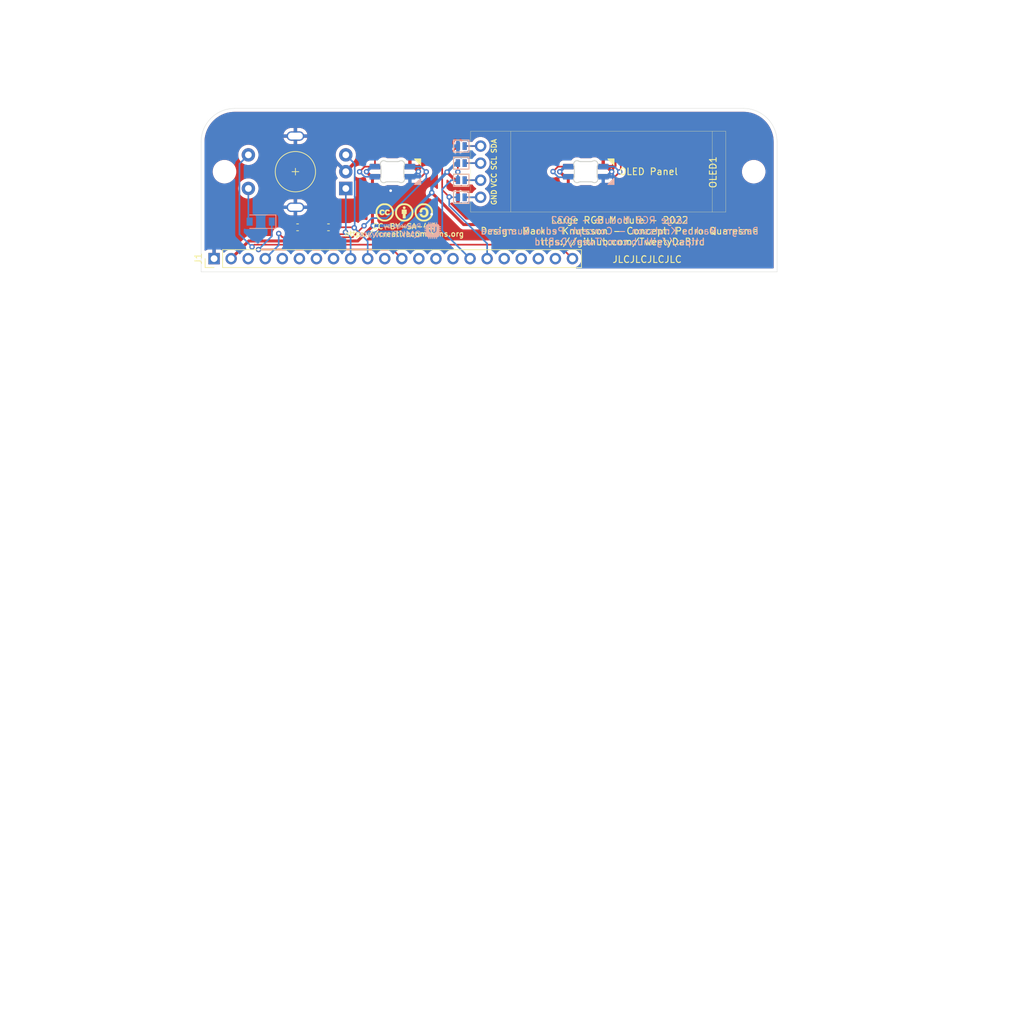
<source format=kicad_pcb>
(kicad_pcb (version 20211014) (generator pcbnew)
  (title_block (title "RefleXion 65 - Large Module") (date "2022-10-10") (rev "1.0.0") (company "Tweety's Wild Thinking") (comment 1 "Design: Markus Knutsson <markus.knutsson@tweety.se>") (comment 2 "Concept: Pedro Quaresma <pq@live.ie>") (comment 3 "https://github.com/TweetyDaBird") (comment 4 "Licensed under Creative Commons BY-SA 4.0 International"))
  (layers (0 "F.Cu" signal) (31 "B.Cu" signal) (34 "B.Paste" user) (35 "F.Paste" user) (36 "B.SilkS" user "B.Silkscreen") (37 "F.SilkS" user "F.Silkscreen") (38 "B.Mask" user) (39 "F.Mask" user) (44 "Edge.Cuts" user))
  (net 0 "")
  (net 1 "Row0")
  (net 2 "Net-(JP1-Pad1)")
  (net 3 "Row1")
  (net 4 "Net-(JP2-Pad1)")
  (net 5 "Net-(JP3-Pad1)")
  (net 6 "Row2")
  (net 7 "Net-(JP4-Pad1)")
  (net 8 "Row3")
  (net 9 "Row4")
  (net 10 "Col0")
  (net 11 "Col1")
  (net 12 "Col2")
  (net 13 "Col3")
  (net 14 "Col4")
  (net 15 "Col5")
  (net 16 "Col6")
  (net 17 "A2")
  (net 18 "B2")
  (net 19 "GND")
  (net 20 "A1")
  (net 21 "B1")
  (net 22 "VCC")
  (net 23 "SDA")
  (net 24 "SCL")
  (net 25 "Net-(D35-Pad2)")
  (net 26 "RGB")
  (net 27 "Net-(LED35-Pad2)")
  (net 28 "unconnected-(LED36-Pad2)")
  (footprint "Keyboard Common:Jumper_Mini" (layer "F.Cu") (at 106.75 24.28 180)
    (fp_text reference "JP3" hide)
    (fp_text value "Jumper_NO_Small" hide)
    (pad "1" smd rect (at -0.50038 0 180) (size 0.635 1.143) (layers "F.Cu" "F.Paste" "F.Mask") (net 5 "Net-(JP3-Pad1)") (clearance 0.1905))
    (pad "2" smd rect (at 0.50038 0 180) (size 0.635 1.143) (layers "F.Cu" "F.Paste" "F.Mask") (net 24 "SCL") (clearance 0.1905))
  )
  (footprint "Keyboard Common:Jumper_Mini" (layer "F.Cu") (at 106.75 29.36 180)
    (fp_text reference "JP1" hide)
    (fp_text value "Jumper_NO_Small" hide)
    (pad "1" smd rect (at -0.50038 0 180) (size 0.635 1.143) (layers "F.Cu" "F.Paste" "F.Mask") (net 2 "Net-(JP1-Pad1)") (clearance 0.1905))
    (pad "2" smd rect (at 0.50038 0 180) (size 0.635 1.143) (layers "F.Cu" "F.Paste" "F.Mask") (net 19 "GND") (clearance 0.1905))
  )
  (footprint "Logotypes:CC_BY_SA_40" (layer "F.Cu") (at 98.3 32.54)
    (fp_text reference "Logo1")
    (fp_text value "CC-BY-SA-4.0" (at -0.041555 1.16) (layer "F.SilkS") (effects (font (size 0.8 0.8))))
    (fp_text user "https://creativecommons.org" (at -0.041555 2.27) (layer "F.SilkS") (effects (font (size 0.8 0.8))))
  )
  (footprint "Keyboard RGB:MX_SK6812MINI-E_REVERSIBLE" (layer "F.Cu") (at 125.2755 25.55)
    (fp_text reference "LED36" hide)
    (fp_text value "SK6812MINI-E")
    (fp_line (start 1.699999 -0.702843) (end 1.699999 0.702841) (layer "Edge.Cuts") (width 0.15))
    (fp_line (start 0.794452 1.499999) (end -0.794452 1.499999) (layer "Edge.Cuts") (width 0.15))
    (fp_line (start -1.699999 0.702841) (end -1.699999 -0.702843) (layer "Edge.Cuts") (width 0.15))
    (fp_line (start -0.794452 -1.5) (end 0.794453 -1.5) (layer "Edge.Cuts") (width 0.15))
    (fp_arc (start -1.04671 1.568298) (mid -0.925122 1.517376) (end -0.794452 1.499999) (layer "Edge.Cuts") (width 0.15))
    (fp_arc (start 1.046711 -1.568299) (mid 1.638071 -1.504036) (end 1.749484 -0.919721) (layer "Edge.Cuts") (width 0.15))
    (fp_arc (start -1.749484 -0.919721) (mid -1.638071 -1.504036) (end -1.046711 -1.5683) (layer "Edge.Cuts") (width 0.15))
    (fp_arc (start 1.699999 -0.702844) (mid 1.712525 -0.81407) (end 1.749484 -0.919721) (layer "Edge.Cuts") (width 0.15))
    (fp_arc (start 1.046711 -1.568299) (mid 0.925123 -1.517377) (end 0.794453 -1.5) (layer "Edge.Cuts") (width 0.15))
    (fp_arc (start -1.699999 0.702842) (mid -1.712527 0.814067) (end -1.749484 0.919719) (layer "Edge.Cuts") (width 0.15))
    (fp_arc (start -1.749484 -0.919721) (mid -1.712527 -0.814069) (end -1.699999 -0.702843) (layer "Edge.Cuts") (width 0.15))
    (fp_arc (start 1.749484 0.919718) (mid 1.638072 1.504034) (end 1.046711 1.568298) (layer "Edge.Cuts") (width 0.15))
    (fp_arc (start 1.749484 0.919719) (mid 1.712517 0.81407) (end 1.699999 0.702841) (layer "Edge.Cuts") (width 0.15))
    (fp_arc (start -0.794453 -1.500001) (mid -0.925123 -1.517378) (end -1.046711 -1.5683) (layer "Edge.Cuts") (width 0.15))
    (fp_arc (start 0.794452 1.499999) (mid 0.925123 1.517376) (end 1.046711 1.568298) (layer "Edge.Cuts") (width 0.15))
    (fp_arc (start -1.046711 1.568296) (mid -1.63807 1.504033) (end -1.749484 0.919719) (layer "Edge.Cuts") (width 0.15))
    (pad "1" smd roundrect (at -2.6 -0.750001 270) (size 0.82 1.6) (layers "B.Cu" "B.Paste" "B.Mask") (roundrect_rratio 0.1) (net 22 "VCC"))
    (pad "1" smd roundrect (at -2.6 0.75 90) (size 0.82 1.6) (layers "F.Cu" "F.Paste" "F.Mask") (roundrect_rratio 0.1) (net 22 "VCC"))
    (pad "2" smd roundrect (at -2.6 0.749999 270) (size 0.82 1.6) (layers "B.Cu" "B.Paste" "B.Mask") (roundrect_rratio 0.1) (net 28 "unconnected-(LED36-Pad2)"))
    (pad "2" smd roundrect (at -2.6 -0.75 90) (size 0.82 1.6) (layers "F.Cu" "F.Paste" "F.Mask") (roundrect_rratio 0.1) (net 28 "unconnected-(LED36-Pad2)"))
    (pad "3" smd roundrect (at 2.6 -0.75 90) (size 0.82 1.6) (layers "F.Cu" "F.Paste" "F.Mask") (roundrect_rratio 0.1) (net 19 "GND"))
    (pad "3" smd roundrect (at 2.6 0.749999 270) (size 0.82 1.6) (layers "B.Cu" "B.Paste" "B.Mask") (roundrect_rratio 0.1) (net 19 "GND"))
    (pad "4" smd roundrect (at 2.6 0.75 90) (size 0.82 1.6) (layers "F.Cu" "F.Paste" "F.Mask") (roundrect_rratio 0.1) (net 27 "Net-(LED35-Pad2)"))
    (pad "4" smd roundrect (at 2.6 -0.750001 270) (size 0.82 1.6) (layers "B.Cu" "B.Paste" "B.Mask") (roundrect_rratio 0.1) (net 27 "Net-(LED35-Pad2)"))
  )
  (footprint "Keyboard Common:Jumper_Mini" (layer "F.Cu") (at 106.75 21.74 180)
    (fp_text reference "JP4" hide)
    (fp_text value "Jumper_NO_Small" hide)
    (pad "1" smd rect (at -0.50038 0 180) (size 0.635 1.143) (layers "F.Cu" "F.Paste" "F.Mask") (net 7 "Net-(JP4-Pad1)") (clearance 0.1905))
    (pad "2" smd rect (at 0.50038 0 180) (size 0.635 1.143) (layers "F.Cu" "F.Paste" "F.Mask") (net 23 "SDA") (clearance 0.1905))
  )
  (footprint "Keyboard_Plate:Spacer Plate hole" (layer "F.Cu") (at 71.505 25.55)
    (fp_text reference "H5" hide)
    (fp_text value "Spacer_Plate" hide)
    (pad "" np_thru_hole circle (at 0 0) (size 2.5 2.5) (drill 2.5) (layers *.Cu *.Mask))
  )
  (footprint "Keyboard_Plate:Spacer Plate hole" (layer "F.Cu") (at 150.2755 25.55)
    (fp_text reference "H6" hide)
    (fp_text value "Spacer_Plate" hide)
    (pad "" np_thru_hole circle (at 0 0) (size 2.5 2.5) (drill 2.5) (layers *.Cu *.Mask))
  )
  (footprint "Capacitor_SMD:C_0603_1608Metric_Pad1.08x0.95mm_HandSolder" (layer "F.Cu") (at 86.9875 33.83)
    (fp_text reference "C6" hide)
    (fp_text value "100nF")
    (pad "1" smd roundrect (at -0.8625 0) (size 1.075 0.95) (layers "F.Cu" "F.Paste" "F.Mask") (net 19 "GND"))
    (pad "2" smd roundrect (at 0.8625 0) (size 1.075 0.95) (layers "F.Cu" "F.Paste" "F.Mask") (net 18 "B2"))
  )
  (footprint "Keyboard RGB:MX_SK6812MINI-E_REVERSIBLE" (layer "F.Cu") (at 96.505 25.55)
    (fp_text reference "LED35" hide)
    (fp_text value "SK6812MINI-E")
    (fp_line (start -1.699999 0.702841) (end -1.699999 -0.702843) (layer "Edge.Cuts") (width 0.15))
    (fp_line (start 0.794452 1.499999) (end -0.794452 1.499999) (layer "Edge.Cuts") (width 0.15))
    (fp_line (start -0.794452 -1.5) (end 0.794453 -1.5) (layer "Edge.Cuts") (width 0.15))
    (fp_line (start 1.699999 -0.702843) (end 1.699999 0.702841) (layer "Edge.Cuts") (width 0.15))
    (fp_arc (start 1.749484 0.919719) (mid 1.712517 0.81407) (end 1.699999 0.702841) (layer "Edge.Cuts") (width 0.15))
    (fp_arc (start -1.699999 0.702842) (mid -1.712527 0.814067) (end -1.749484 0.919719) (layer "Edge.Cuts") (width 0.15))
    (fp_arc (start 1.046711 -1.568299) (mid 1.638071 -1.504036) (end 1.749484 -0.919721) (layer "Edge.Cuts") (width 0.15))
    (fp_arc (start -1.04671 1.568298) (mid -0.925122 1.517376) (end -0.794452 1.499999) (layer "Edge.Cuts") (width 0.15))
    (fp_arc (start -1.046711 1.568296) (mid -1.63807 1.504033) (end -1.749484 0.919719) (layer "Edge.Cuts") (width 0.15))
    (fp_arc (start 1.699999 -0.702844) (mid 1.712525 -0.81407) (end 1.749484 -0.919721) (layer "Edge.Cuts") (width 0.15))
    (fp_arc (start -1.749484 -0.919721) (mid -1.712527 -0.814069) (end -1.699999 -0.702843) (layer "Edge.Cuts") (width 0.15))
    (fp_arc (start 1.046711 -1.568299) (mid 0.925123 -1.517377) (end 0.794453 -1.5) (layer "Edge.Cuts") (width 0.15))
    (fp_arc (start 0.794452 1.499999) (mid 0.925123 1.517376) (end 1.046711 1.568298) (layer "Edge.Cuts") (width 0.15))
    (fp_arc (start -0.794453 -1.500001) (mid -0.925123 -1.517378) (end -1.046711 -1.5683) (layer "Edge.Cuts") (width 0.15))
    (fp_arc (start -1.749484 -0.919721) (mid -1.638071 -1.504036) (end -1.046711 -1.5683) (layer "Edge.Cuts") (width 0.15))
    (fp_arc (start 1.749484 0.919718) (mid 1.638072 1.504034) (end 1.046711 1.568298) (layer "Edge.Cuts") (width 0.15))
    (pad "1" smd roundrect (at -2.6 0.75 90) (size 0.82 1.6) (layers "F.Cu" "F.Paste" "F.Mask") (roundrect_rratio 0.1) (net 22 "VCC"))
    (pad "1" smd roundrect (at -2.6 -0.750001 270) (size 0.82 1.6) (layers "B.Cu" "B.Paste" "B.Mask") (roundrect_rratio 0.1) (net 22 "VCC"))
    (pad "2" smd roundrect (at -2.6 -0.75 90) (size 0.82 1.6) (layers "F.Cu" "F.Paste" "F.Mask") (roundrect_rratio 0.1) (net 27 "Net-(LED35-Pad2)"))
    (pad "2" smd roundrect (at -2.6 0.749999 270) (size 0.82 1.6) (layers "B.Cu" "B.Paste" "B.Mask") (roundrect_rratio 0.1) (net 27 "Net-(LED35-Pad2)"))
    (pad "3" smd roundrect (at 2.6 -0.75 90) (size 0.82 1.6) (layers "F.Cu" "F.Paste" "F.Mask") (roundrect_rratio 0.1) (net 19 "GND"))
    (pad "3" smd roundrect (at 2.6 0.749999 270) (size 0.82 1.6) (layers "B.Cu" "B.Paste" "B.Mask") (roundrect_rratio 0.1) (net 19 "GND"))
    (pad "4" smd roundrect (at 2.6 -0.750001 270) (size 0.82 1.6) (layers "B.Cu" "B.Paste" "B.Mask") (roundrect_rratio 0.1) (net 26 "RGB"))
    (pad "4" smd roundrect (at 2.6 0.75 90) (size 0.82 1.6) (layers "F.Cu" "F.Paste" "F.Mask") (roundrect_rratio 0.1) (net 26 "RGB"))
  )
  (footprint "Capacitor_SMD:C_0603_1608Metric_Pad1.08x0.95mm_HandSolder" (layer "F.Cu") (at 82.39 33.83 180)
    (fp_text reference "C5" hide)
    (fp_text value "100nF")
    (pad "1" smd roundrect (at -0.8625 0 180) (size 1.075 0.95) (layers "F.Cu" "F.Paste" "F.Mask") (net 17 "A2"))
    (pad "2" smd roundrect (at 0.8625 0 180) (size 1.075 0.95) (layers "F.Cu" "F.Paste" "F.Mask") (net 19 "GND"))
  )
  (footprint "Connector_PinHeader_2.54mm:PinHeader_1x22_P2.54mm_Vertical" (layer "F.Cu") (at 69.96 38.49 90)
    (fp_text reference "J1" (at 0 -2.33 90) (layer "F.SilkS"))
    (fp_text value "Conn_01x21")
    (pad "1" thru_hole rect (at 0 0 90) (size 1.7 1.7) (drill 1) (layers *.Cu *.Mask) (net 19 "GND"))
    (pad "2" thru_hole oval (at 0 2.54 90) (size 1.7 1.7) (drill 1) (layers *.Cu *.Mask) (net 22 "VCC"))
    (pad "3" thru_hole oval (at 0 5.08 90) (size 1.7 1.7) (drill 1) (layers *.Cu *.Mask) (net 10 "Col0"))
    (pad "4" thru_hole oval (at 0 7.62 90) (size 1.7 1.7) (drill 1) (layers *.Cu *.Mask) (net 26 "RGB"))
    (pad "5" thru_hole oval (at 0 10.16 90) (size 1.7 1.7) (drill 1) (layers *.Cu *.Mask) (net 11 "Col1"))
    (pad "6" thru_hole oval (at 0 12.7 90) (size 1.7 1.7) (drill 1) (layers *.Cu *.Mask) (net 20 "A1"))
    (pad "7" thru_hole oval (at 0 15.24 90) (size 1.7 1.7) (drill 1) (layers *.Cu *.Mask) (net 21 "B1"))
    (pad "8" thru_hole oval (at 0 17.78 90) (size 1.7 1.7) (drill 1) (layers *.Cu *.Mask) (net 1 "Row0"))
    (pad "9" thru_hole oval (at 0 20.32 90) (size 1.7 1.7) (drill 1) (layers *.Cu *.Mask) (net 17 "A2"))
    (pad "10" thru_hole oval (at 0 22.86 90) (size 1.7 1.7) (drill 1) (layers *.Cu *.Mask) (net 18 "B2"))
    (pad "11" thru_hole oval (at 0 25.4 90) (size 1.7 1.7) (drill 1) (layers *.Cu *.Mask) (net 12 "Col2"))
    (pad "12" thru_hole oval (at 0 27.94 90) (size 1.7 1.7) (drill 1) (layers *.Cu *.Mask) (net 9 "Row4"))
    (pad "13" thru_hole oval (at 0 30.48 90) (size 1.7 1.7) (drill 1) (layers *.Cu *.Mask) (net 8 "Row3"))
    (pad "14" thru_hole oval (at 0 33.02 90) (size 1.7 1.7) (drill 1) (layers *.Cu *.Mask) (net 6 "Row2"))
    (pad "15" thru_hole oval (at 0 35.56 90) (size 1.7 1.7) (drill 1) (layers *.Cu *.Mask) (net 3 "Row1"))
    (pad "16" thru_hole oval (at 0 38.1 90) (size 1.7 1.7) (drill 1) (layers *.Cu *.Mask) (net 24 "SCL"))
    (pad "17" thru_hole oval (at 0 40.64 90) (size 1.7 1.7) (drill 1) (layers *.Cu *.Mask) (net 23 "SDA"))
    (pad "18" thru_hole oval (at 0 43.18 90) (size 1.7 1.7) (drill 1) (layers *.Cu *.Mask))
    (pad "19" thru_hole oval (at 0 45.72 90) (size 1.7 1.7) (drill 1) (layers *.Cu *.Mask) (net 13 "Col3"))
    (pad "20" thru_hole oval (at 0 48.26 90) (size 1.7 1.7) (drill 1) (layers *.Cu *.Mask) (net 14 "Col4"))
    (pad "21" thru_hole oval (at 0 50.8 90) (size 1.7 1.7) (drill 1) (layers *.Cu *.Mask) (net 15 "Col5"))
    (pad "22" thru_hole oval (at 0 53.34 90) (size 1.7 1.7) (drill 1) (layers *.Cu *.Mask) (net 16 "Col6"))
  )
  (footprint "Keyboard Common:Jumper_Mini" (layer "F.Cu") (at 106.75 26.82 180)
    (fp_text reference "JP2" hide)
    (fp_text value "Jumper_NO_Small" hide)
    (pad "1" smd rect (at -0.50038 0 180) (size 0.635 1.143) (layers "F.Cu" "F.Paste" "F.Mask") (net 4 "Net-(JP2-Pad1)") (clearance 0.1905))
    (pad "2" smd rect (at 0.50038 0 180) (size 0.635 1.143) (layers "F.Cu" "F.Paste" "F.Mask") (net 22 "VCC") (clearance 0.1905))
  )
  (footprint "Keyboard Encoders:Encoder_Alps_EC11E_Small" (layer "F.Cu") (at 82.065 25.55 180)
    (fp_text reference "ENC3" hide)
    (fp_text value "Rotary_Encoder_Click" hide)
    (pad "A" thru_hole rect (at -7.5 -2.5 180) (size 2 2) (drill 1) (layers *.Cu *.Mask) (net 17 "A2"))
    (pad "B" thru_hole circle (at -7.5 2.5 180) (size 2 2) (drill 1) (layers *.Cu *.Mask) (net 18 "B2"))
    (pad "C" thru_hole circle (at -7.5 0 180) (size 2 2) (drill 1) (layers *.Cu *.Mask) (net 19 "GND"))
    (pad "MP1" thru_hole oval (at 0 -5.3 180) (size 2.6 1.4) (drill oval 2.2 1) (layers *.Cu *.Mask) (net 19 "GND"))
    (pad "MP2" thru_hole oval (at 0 5.3 180) (size 2.6 1.4) (drill oval 2.2 1) (layers *.Cu *.Mask) (net 19 "GND"))
    (pad "S1" thru_hole circle (at 7 2.5 180) (size 2 2) (drill 1) (layers *.Cu *.Mask) (net 16 "Col6"))
    (pad "S2" thru_hole circle (at 7 -2.5 180) (size 2 2) (drill 1) (layers *.Cu *.Mask) (net 25 "Net-(D35-Pad2)"))
  )
  (footprint "Keyboard Common:SSD1306-0.91-OLED-4pin-128x32" (layer "F.Cu") (at 128.125 25.55 180)
    (fp_text reference "OLED1" (at -16.1 -0.09 90) (layer "F.SilkS"))
    (fp_text value "OLED_4pin")
    (fp_text user "SCL" (at 16.5 1.27 90) (layer "F.SilkS") (effects (font (size 0.75 0.75))))
    (fp_text user "GND" (at 16.5 -3.81 90) (layer "F.SilkS") (effects (font (size 0.75 0.75))))
    (fp_text user "OLED Panel" (at -6.515 0.01) (layer "F.SilkS"))
    (fp_text user "SDA" (at 16.5 3.81 90) (layer "F.SilkS") (effects (font (size 0.75 0.75))))
    (fp_text user "VCC" (at 16.5 -1.27 90) (layer "F.SilkS") (effects (font (size 0.75 0.75))))
    (pad "1" thru_hole circle (at 18.5 -3.81 180) (size 1.7 1.7) (drill 1) (layers *.Cu *.Mask) (net 2 "Net-(JP1-Pad1)"))
    (pad "2" thru_hole oval (at 18.5 -1.27 180) (size 1.7 1.7) (drill 1) (layers *.Cu *.Mask) (net 4 "Net-(JP2-Pad1)"))
    (pad "3" thru_hole oval (at 18.5 1.27 180) (size 1.7 1.7) (drill 1) (layers *.Cu *.Mask) (net 5 "Net-(JP3-Pad1)"))
    (pad "4" thru_hole oval (at 18.5 3.81 180) (size 1.7 1.7) (drill 1) (layers *.Cu *.Mask) (net 7 "Net-(JP4-Pad1)"))
  )
  (footprint "Keyboard Common:Jumper_Mini" (layer "B.Cu") (at 106.75 21.74 180)
    (fp_text reference "JP8" hide)
    (fp_text value "Jumper_NO_Small" hide)
    (pad "1" smd rect (at -0.50038 0 180) (size 0.635 1.143) (layers "B.Cu" "B.Paste" "B.Mask") (net 7 "Net-(JP4-Pad1)") (clearance 0.1905))
    (pad "2" smd rect (at 0.50038 0 180) (size 0.635 1.143) (layers "B.Cu" "B.Paste" "B.Mask") (net 19 "GND") (clearance 0.1905))
  )
  (footprint "Keyboard Common:Jumper_Mini" (layer "B.Cu") (at 106.75 29.36 180)
    (fp_text reference "JP5" hide)
    (fp_text value "Jumper_NO_Small" hide)
    (pad "1" smd rect (at -0.50038 0 180) (size 0.635 1.143) (layers "B.Cu" "B.Paste" "B.Mask") (net 2 "Net-(JP1-Pad1)") (clearance 0.1905))
    (pad "2" smd rect (at 0.50038 0 180) (size 0.635 1.143) (layers "B.Cu" "B.Paste" "B.Mask") (net 23 "SDA") (clearance 0.1905))
  )
  (footprint "Keyboard Common:Jumper_Mini" (layer "B.Cu") (at 106.75 26.82 180)
    (fp_text reference "JP6" hide)
    (fp_text value "Jumper_NO_Small" hide)
    (pad "1" smd rect (at -0.50038 0 180) (size 0.635 1.143) (layers "B.Cu" "B.Paste" "B.Mask") (net 4 "Net-(JP2-Pad1)") (clearance 0.1905))
    (pad "2" smd rect (at 0.50038 0 180) (size 0.635 1.143) (layers "B.Cu" "B.Paste" "B.Mask") (net 24 "SCL") (clearance 0.1905))
  )
  (footprint "Diode_SMD:D_SOD-123" (layer "B.Cu") (at 76.905 32.99 180)
    (fp_text reference "D35" hide)
    (fp_text value "1N4148W")
    (pad "1" smd rect (at -1.65 0 180) (size 0.9 1.2) (layers "B.Cu" "B.Paste" "B.Mask") (net 9 "Row4"))
    (pad "2" smd rect (at 1.65 0 180) (size 0.9 1.2) (layers "B.Cu" "B.Paste" "B.Mask") (net 25 "Net-(D35-Pad2)"))
  )
  (footprint "Logotypes:Powered_by_QMK" (layer "B.Cu") (at 97.613982 34.314188 180)
    (fp_text reference "Logo2" hide)
    (fp_text value "QMK_Logo" hide)
  )
  (footprint "Keyboard Common:Jumper_Mini" (layer "B.Cu") (at 106.75 24.28 180)
    (fp_text reference "JP7" hide)
    (fp_text value "Jumper_NO_Small" hide)
    (pad "1" smd rect (at -0.50038 0 180) (size 0.635 1.143) (layers "B.Cu" "B.Paste" "B.Mask") (net 5 "Net-(JP3-Pad1)") (clearance 0.1905))
    (pad "2" smd rect (at 0.50038 0 180) (size 0.635 1.143) (layers "B.Cu" "B.Paste" "B.Mask") (net 22 "VCC") (clearance 0.1905))
  )
  (gr_line (start 73.028 16.135) (end 148.751511 16.134511) (layer "Edge.Cuts") (width 0.05))
  (gr_line (start 68.0275 40.465) (end 153.752 40.465) (layer "Edge.Cuts") (width 0.05))
  (gr_line (start 68.0275 21.135489) (end 68.0275 40.465) (layer "Edge.Cuts") (width 0.05))
  (gr_line (start 153.752 21.135) (end 153.752 40.465) (layer "Edge.Cuts") (width 0.05))
  (gr_arc (start 68.027511 21.135489) (mid 69.492124 17.599616) (end 73.028 16.135) (layer "Edge.Cuts") (width 0.05))
  (gr_arc (start 148.751511 16.134511) (mid 152.287384 17.599124) (end 153.752 21.135) (layer "Edge.Cuts") (width 0.05))
  (gr_text "Large RGB Module - 2022\nDesign: Markus Knutsson - Concept: Pedro Quaresma\nhttps://github.com/TweetyDaBird\n" (at 130.32 34.38) (layer "B.SilkS") (effects (font (size 1 1)) (justify mirror)))
  (gr_text "JLCJLCJLCJLC" (at 134.4168 38.608) (layer "F.SilkS") (effects (font (size 1 1))))
  (gr_text "Large RGB Module - 2022\nDesign: Markus Knutsson - Concept: Pedro Quaresma\nhttps://github.com/TweetyDaBird\n" (at 130.32 34.38) (layer "F.SilkS") (effects (font (size 1 1))))
  (segment (start 107.25038 29.36) (end 109.625 29.36) (width 0.25) (layer "F.Cu") (net 2))
  (segment (start 109.625 29.36) (end 107.25038 29.36) (width 0.25) (layer "B.Cu") (net 2))
  (segment (start 109.625 26.82) (end 107.25038 26.82) (width 0.25) (layer "F.Cu") (net 4))
  (segment (start 107.25038 26.82) (end 109.625 26.82) (width 0.25) (layer "B.Cu") (net 4))
  (segment (start 107.25038 24.28) (end 109.625 24.28) (width 0.25) (layer "F.Cu") (net 5))
  (segment (start 109.625 24.28) (end 107.25038 24.28) (width 0.25) (layer "B.Cu") (net 5))
  (segment (start 109.625 21.74) (end 107.25038 21.74) (width 0.25) (layer "F.Cu") (net 7))
  (segment (start 107.25038 21.74) (end 109.625 21.74) (width 0.25) (layer "B.Cu") (net 7))
  (segment (start 96.548002 37.138002) (end 76.57 37.138002) (width 0.25) (layer "F.Cu") (net 9))
  (segment (start 97.9 38.49) (end 96.548002 37.138002) (width 0.25) (layer "F.Cu") (net 9))
  (via (at 76.57 37.138002) (size 0.8) (drill 0.4) (layers "F.Cu" "B.Cu") (net 9))
  (segment (start 78.555 32.99) (end 78.555 35.153002) (width 0.25) (layer "B.Cu") (net 9))
  (segment (start 78.555 35.153002) (end 76.57 37.138002) (width 0.25) (layer "B.Cu") (net 9))
  (segment (start 121.223502 36.413502) (end 123.3 38.49) (width 0.25) (layer "F.Cu") (net 16))
  (segment (start 75.61 36.7445) (end 75.940998 36.413502) (width 0.25) (layer "F.Cu") (net 16))
  (segment (start 75.940998 36.413502) (end 121.223502 36.413502) (width 0.25) (layer "F.Cu") (net 16))
  (via (at 75.61 36.7445) (size 0.8) (drill 0.4) (layers "F.Cu" "B.Cu") (net 16))
  (segment (start 75.065 23.05) (end 73.74 24.375) (width 0.25) (layer "B.Cu") (net 16))
  (segment (start 73.74 24.375) (end 73.74 34.8745) (width 0.25) (layer "B.Cu") (net 16))
  (segment (start 73.74 34.8745) (end 75.61 36.7445) (width 0.25) (layer "B.Cu") (net 16))
  (segment (start 83.2525 33.83) (end 83.71 33.83) (width 0.25) (layer "F.Cu") (net 17))
  (segment (start 84.74 34.86) (end 89.2045 34.86) (width 0.25) (layer "F.Cu") (net 17))
  (segment (start 89.2045 34.86) (end 89.51 34.5545) (width 0.25) (layer "F.Cu") (net 17))
  (segment (start 83.71 33.83) (end 84.74 34.86) (width 0.25) (layer "F.Cu") (net 17))
  (via (at 89.51 34.5545) (size 0.8) (drill 0.4) (layers "F.Cu" "B.Cu") (net 17))
  (segment (start 90.28 38.49) (end 90.28 35.3245) (width 0.25) (layer "B.Cu") (net 17))
  (segment (start 89.565 34.4995) (end 89.51 34.5545) (width 0.25) (layer "B.Cu") (net 17))
  (segment (start 90.28 35.3245) (end 89.51 34.5545) (width 0.25) (layer "B.Cu") (net 17))
  (segment (start 89.565 28.05) (end 89.565 34.4995) (width 0.25) (layer "B.Cu") (net 17))
  (segment (start 87.85 33.83) (end 90.75 33.83) (width 0.25) (layer "F.Cu") (net 18))
  (segment (start 90.75 33.83) (end 90.82 33.9) (width 0.25) (layer "F.Cu") (net 18))
  (via (at 90.82 33.9) (size 0.8) (drill 0.4) (layers "F.Cu" "B.Cu") (net 18))
  (segment (start 90.89 33.83) (end 90.82 33.9) (width 0.25) (layer "B.Cu") (net 18))
  (segment (start 92.82 38.49) (end 92.82 35.9) (width 0.25) (layer "B.Cu") (net 18))
  (segment (start 89.565 23.05) (end 90.89 24.375) (width 0.25) (layer "B.Cu") (net 18))
  (segment (start 92.82 35.9) (end 90.82 33.9) (width 0.25) (layer "B.Cu") (net 18))
  (segment (start 90.89 24.375) (end 90.89 33.83) (width 0.25) (layer "B.Cu") (net 18))
  (segment (start 100.371717 25.532168) (end 99.639549 24.8) (width 0.45) (layer "F.Cu") (net 19))
  (segment (start 128.377227 24.8) (end 129.133558 25.556331) (width 0.45) (layer "F.Cu") (net 19))
  (via (at 100.371717 25.532168) (size 0.8) (drill 0.4) (layers "F.Cu" "B.Cu") (net 19))
  (via (at 96.24 28.38) (size 0.8) (drill 0.4) (layers "F.Cu" "B.Cu") (net 19))
  (via (at 102.34 31.9) (size 0.8) (drill 0.4) (layers "F.Cu" "B.Cu") (net 19))
  (via (at 129.133558 25.556331) (size 0.8) (drill 0.4) (layers "F.Cu" "B.Cu") (net 19))
  (segment (start 129.133558 25.556331) (end 128.38989 26.299999) (width 0.45) (layer "B.Cu") (net 19))
  (segment (start 99.603886 26.299999) (end 100.371717 25.532168) (width 0.45) (layer "B.Cu") (net 19))
  (segment (start 91.339199 35.864001) (end 93.6244 33.5788) (width 0.45) (layer "F.Cu") (net 22))
  (segment (start 121.414803 25.559781) (end 122.155022 26.3) (width 0.45) (layer "F.Cu") (net 22))
  (segment (start 117.13 33.42) (end 107.11 33.42) (width 0.45) (layer "F.Cu") (net 22))
  (segment (start 72.5 38.49) (end 75.125999 35.864001) (width 0.45) (layer "F.Cu") (net 22))
  (segment (start 75.125999 35.864001) (end 91.339199 35.864001) (width 0.45) (layer "F.Cu") (net 22))
  (segment (start 93.53 26.675) (end 93.53 33.4844) (width 0.45) (layer "F.Cu") (net 22))
  (segment (start 122.6755 27.8745) (end 117.13 33.42) (width 0.45) (layer "F.Cu") (net 22))
  (segment (start 93.389756 26.3) (end 92.64657 25.556814) (width 0.45) (layer "F.Cu") (net 22))
  (segment (start 93.905 26.3) (end 93.53 26.675) (width 0.45) (layer "F.Cu") (net 22))
  (segment (start 93.53 33.4844) (end 93.6244 33.5788) (width 0.45) (layer "F.Cu") (net 22))
  (segment (start 105.8445 26.82) (end 104.6345 25.61) (width 0.45) (layer "F.Cu") (net 22))
  (segment (start 106.24962 26.82) (end 105.8445 26.82) (width 0.45) (layer "F.Cu") (net 22))
  (segment (start 122.6755 26.3) (end 122.6755 27.8745) (width 0.45) (layer "F.Cu") (net 22))
  (segment (start 107.11 33.42) (end 102.365 28.675) (width 0.45) (layer "F.Cu") (net 22))
  (via (at 121.414803 25.559781) (size 0.8) (drill 0.4) (layers "F.Cu" "B.Cu") (net 22))
  (via (at 93.6244 33.5788) (size 0.8) (drill 0.4) (layers "F.Cu" "B.Cu") (net 22))
  (via (at 92.64657 25.556814) (size 0.8) (drill 0.4) (layers "F.Cu" "B.Cu") (net 22))
  (via (at 102.365 28.675) (size 0.8) (drill 0.4) (layers "F.Cu" "B.Cu") (net 22))
  (via (at 104.6345 25.61) (size 0.8) (drill 0.4) (layers "F.Cu" "B.Cu") (net 22))
  (segment (start 102.365 28.675) (end 102.365 27.8795) (width 0.45) (layer "B.Cu") (net 22))
  (segment (start 105.9645 24.28) (end 104.6345 25.61) (width 0.45) (layer "B.Cu") (net 22))
  (segment (start 92.64657 25.556814) (end 93.403385 24.799999) (width 0.45) (layer "B.Cu") (net 22))
  (segment (start 106.24962 24.28) (end 105.9645 24.28) (width 0.45) (layer "B.Cu") (net 22))
  (segment (start 102.365 28.675) (end 97.4612 33.5788) (width 0.45) (layer "B.Cu") (net 22))
  (segment (start 97.4612 33.5788) (end 93.6244 33.5788) (width 0.45) (layer "B.Cu") (net 22))
  (segment (start 102.365 27.8795) (end 104.6345 25.61) (width 0.45) (layer "B.Cu") (net 22))
  (segment (start 122.174585 24.799999) (end 121.414803 25.559781) (width 0.45) (layer "B.Cu") (net 22))
  (segment (start 106.24962 21.74) (end 103.91 24.07962) (width 0.25) (layer "F.Cu") (net 23))
  (segment (start 103.91 28.26) (end 104.96 29.31) (width 0.25) (layer "F.Cu") (net 23))
  (segment (start 103.91 24.07962) (end 103.91 28.26) (width 0.25) (layer "F.Cu") (net 23))
  (via (at 104.96 29.31) (size 0.8) (drill 0.4) (layers "F.Cu" "B.Cu") (net 23))
  (segment (start 105.01 29.36) (end 104.96 29.31) (width 0.25) (layer "B.Cu") (net 23))
  (segment (start 110.6 38.49) (end 110.6 36.25) (width 0.25) (layer "B.Cu") (net 23))
  (segment (start 106.24962 29.36) (end 105.01 29.36) (width 0.25) (layer "B.Cu") (net 23))
  (segment (start 110.6 36.25) (end 104.96 30.61) (width 0.25) (layer "B.Cu") (net 23))
  (segment (start 104.96 30.61) (end 104.96 29.31) (width 0.25) (layer "B.Cu") (net 23))
  (segment (start 106.24 25.59) (end 106.24 24.28962) (width 0.25) (layer "F.Cu") (net 24))
  (via (at 106.24 25.59) (size 0.8) (drill 0.4) (layers "F.Cu" "B.Cu") (net 24))
  (segment (start 103.92 34.35) (end 103.92 28.16) (width 0.25) (layer "B.Cu") (net 24))
  (segment (start 103.92 28.16) (end 105.26 26.82) (width 0.25) (layer "B.Cu") (net 24))
  (segment (start 105.26 26.82) (end 106.24962 26.82) (width 0.25) (layer "B.Cu") (net 24))
  (segment (start 106.24962 25.59962) (end 106.24 25.59) (width 0.25) (layer "B.Cu") (net 24))
  (segment (start 106.24962 26.82) (end 106.24962 25.59962) (width 0.25) (layer "B.Cu") (net 24))
  (segment (start 108.06 38.49) (end 103.92 34.35) (width 0.25) (layer "B.Cu") (net 24))
  (segment (start 75.065 32.8) (end 75.065 28.05) (width 0.25) (layer "B.Cu") (net 25))
  (segment (start 100.82 26.3) (end 99.105 26.3) (width 0.25) (layer "F.Cu") (net 26))
  (segment (start 90.5655 35.3145) (end 92.28 33.6) (width 0.25) (layer "F.Cu") (net 26))
  (segment (start 101.54 25.58) (end 100.82 26.3) (width 0.25) (layer "F.Cu") (net 26))
  (segment (start 79.58 34.75) (end 80.1445 35.3145) (width 0.25) (layer "F.Cu") (net 26))
  (segment (start 80.1445 35.3145) (end 90.5655 35.3145) (width 0.25) (layer "F.Cu") (net 26))
  (via (at 79.58 34.75) (size 0.8) (drill 0.4) (layers "F.Cu" "B.Cu") (net 26))
  (via (at 101.54 25.58) (size 0.8) (drill 0.4) (layers "F.Cu" "B.Cu") (net 26))
  (via (at 92.28 33.6) (size 0.8) (drill 0.4) (layers "F.Cu" "B.Cu") (net 26))
  (segment (start 93.4188 32.4612) (end 95.6056 32.4612) (width 0.25) (layer "B.Cu") (net 26))
  (segment (start 101.54 26.5268) (end 101.54 25.58) (width 0.25) (layer "B.Cu") (net 26))
  (segment (start 77.58 38.49) (end 79.58 36.49) (width 0.25) (layer "B.Cu") (net 26))
  (segment (start 100.759999 24.799999) (end 101.54 25.58) (width 0.25) (layer "B.Cu") (net 26))
  (segment (start 95.6056 32.4612) (end 101.54 26.5268) (width 0.25) (layer "B.Cu") (net 26))
  (segment (start 79.58 36.49) (end 79.58 34.75) (width 0.25) (layer "B.Cu") (net 26))
  (segment (start 92.28 33.6) (end 93.4188 32.4612) (width 0.25) (layer "B.Cu") (net 26))
  (segment (start 99.105 24.799999) (end 100.759999 24.799999) (width 0.25) (layer "B.Cu") (net 26))
  (segment (start 95.91 19.49) (end 128.6 19.49) (width 0.25) (layer "F.Cu") (net 27))
  (segment (start 93.905 24.8) (end 93.905 21.495) (width 0.25) (layer "F.Cu") (net 27))
  (segment (start 92.3745 24.8) (end 91.6145 25.56) (width 0.25) (layer "F.Cu") (net 27))
  (segment (start 130.49 21.38) (end 130.49 25.42) (width 0.25) (layer "F.Cu") (net 27))
  (segment (start 93.905 24.8) (end 92.3745 24.8) (width 0.25) (layer "F.Cu") (net 27))
  (segment (start 93.905 21.495) (end 95.91 19.49) (width 0.25) (layer "F.Cu") (net 27))
  (segment (start 129.61 26.3) (end 130.33 25.58) (width 0.25) (layer "F.Cu") (net 27))
  (segment (start 128.6 19.49) (end 130.49 21.38) (width 0.25) (layer "F.Cu") (net 27))
  (segment (start 130.49 25.42) (end 130.33 25.58) (width 0.25) (layer "F.Cu") (net 27))
  (segment (start 127.8755 26.3) (end 129.61 26.3) (width 0.25) (layer "F.Cu") (net 27))
  (via (at 130.33 25.58) (size 0.8) (drill 0.4) (layers "F.Cu" "B.Cu") (net 27))
  (via (at 91.6145 25.56) (size 0.8) (drill 0.4) (layers "F.Cu" "B.Cu") (net 27))
  (segment (start 130.33 25.58) (end 129.549999 24.799999) (width 0.25) (layer "B.Cu") (net 27))
  (segment (start 92.354499 26.299999) (end 91.6145 25.56) (width 0.25) (layer "B.Cu") (net 27))
  (segment (start 93.905 26.299999) (end 92.354499 26.299999) (width 0.25) (layer "B.Cu") (net 27))
  (segment (start 129.549999 24.799999) (end 127.8755 24.799999) (width 0.25) (layer "B.Cu") (net 27))
  (segment (start 121.14 24.8) (end 120.41 25.53) (width 0.25) (layer "F.Cu") (net 28))
  (segment (start 122.6755 24.8) (end 121.14 24.8) (width 0.25) (layer "F.Cu") (net 28))
  (via (at 120.41 25.53) (size 0.8) (drill 0.4) (layers "F.Cu" "B.Cu") (net 28))
  (segment (start 121.21 26.38) (end 122.595499 26.38) (width 0.25) (layer "B.Cu") (net 28))
  (segment (start 120.41 25.53) (end 120.41 25.58) (width 0.25) (layer "B.Cu") (net 28))
  (segment (start 120.41 25.58) (end 121.21 26.38) (width 0.25) (layer "B.Cu") (net 28))
  (zone locked (net 19) (net_name "GND") (layers F&B.Cu) (connect_pads (clearance 0.508)) (min_thickness 0.254) (fill yes (thermal_gap 0.508) (thermal_bridge_width 0.508))
    (polygon (pts (xy 190.5 152.4) (xy 38.1 152.4) (xy 38.1 0) (xy 190.5 0)))
  )
)
</source>
